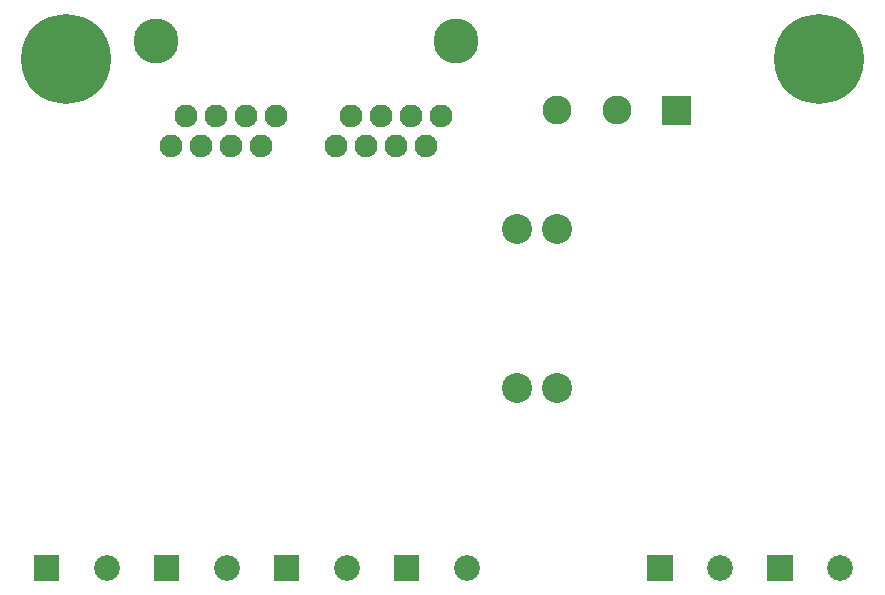
<source format=gbr>
G04 start of page 7 for group -4062 idx -4062 *
G04 Title: (unknown), soldermask *
G04 Creator: pcb 20110918 *
G04 CreationDate: Tue 11 Feb 2014 10:14:15 PM GMT UTC *
G04 For: ndholmes *
G04 Format: Gerber/RS-274X *
G04 PCB-Dimensions: 285500 200000 *
G04 PCB-Coordinate-Origin: lower left *
%MOIN*%
%FSLAX25Y25*%
%LNBOTTOMMASK*%
%ADD77C,0.0960*%
%ADD76C,0.2997*%
%ADD75C,0.1500*%
%ADD74C,0.0760*%
%ADD73C,0.0001*%
%ADD72C,0.0860*%
%ADD71C,0.1000*%
G54D71*X167300Y126500D03*
X180700D03*
X167300Y73500D03*
X180700D03*
G54D72*X70500Y13500D03*
G54D73*G36*
X86200Y17800D02*Y9200D01*
X94800D01*
Y17800D01*
X86200D01*
G37*
G54D72*X110500Y13500D03*
G54D73*G36*
X126200Y17800D02*Y9200D01*
X134800D01*
Y17800D01*
X126200D01*
G37*
G36*
X6200D02*Y9200D01*
X14800D01*
Y17800D01*
X6200D01*
G37*
G54D72*X30500Y13500D03*
G54D73*G36*
X46200Y17800D02*Y9200D01*
X54800D01*
Y17800D01*
X46200D01*
G37*
G54D72*X150500Y13500D03*
G54D73*G36*
X250700Y17800D02*Y9200D01*
X259300D01*
Y17800D01*
X250700D01*
G37*
G54D72*X235000Y13500D03*
X275000D03*
G54D73*G36*
X210700Y17800D02*Y9200D01*
X219300D01*
Y17800D01*
X210700D01*
G37*
G54D74*X142000Y164000D03*
X137000Y154000D03*
X132000Y164000D03*
X127000Y154000D03*
X122000Y164000D03*
X117000Y154000D03*
X112000Y164000D03*
X87000D03*
X77000D03*
X67000D03*
X57000D03*
X107000Y154000D03*
X82000D03*
X72000D03*
X62000D03*
X52000D03*
G54D75*X147000Y189000D03*
X47000D03*
G54D76*X17000Y183000D03*
G54D73*G36*
X215700Y170800D02*Y161200D01*
X225300D01*
Y170800D01*
X215700D01*
G37*
G54D77*X200500Y166000D03*
X180500D03*
G54D76*X268000Y183000D03*
M02*

</source>
